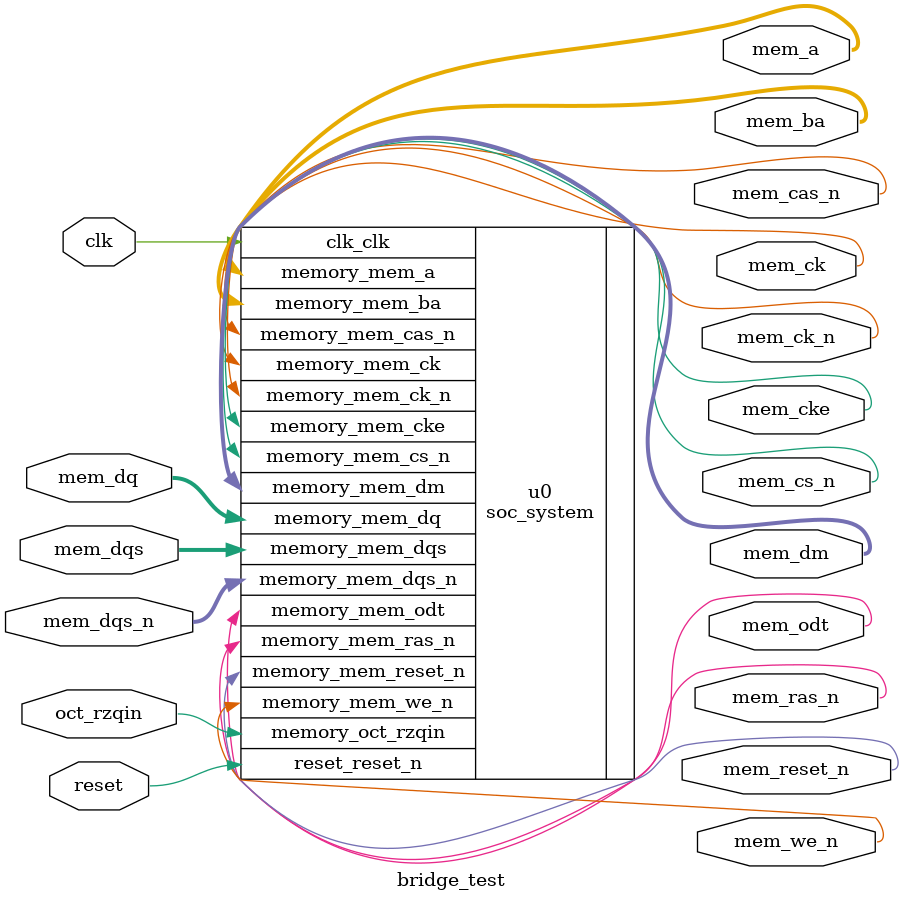
<source format=v>
module bridge_test(
	 input clk,
    input reset,
	 output [14:0] mem_a,
    output [2:0]  mem_ba,
    output        mem_ck,
    output        mem_ck_n,
    output        mem_cke,
    output        mem_cs_n,
    output        mem_ras_n,
    output        mem_cas_n,
    output        mem_we_n,
    output        mem_reset_n,
    inout  [39:0] mem_dq,
    inout  [4:0]  mem_dqs,
    inout  [4:0]  mem_dqs_n,
    output        mem_odt,
    output [4:0]  mem_dm,
    input         oct_rzqin
);


soc_system u0 (
        .clk_clk            (clk),            //    clk.clk
        .reset_reset_n      (reset),      //  reset.reset_n
        .memory_mem_a       (mem_a),       // memory.mem_a
        .memory_mem_ba      (mem_ba),      //       .mem_ba
        .memory_mem_ck      (mem_ck),      //       .mem_ck
        .memory_mem_ck_n    (mem_ck_n),    //       .mem_ck_n
        .memory_mem_cke     (mem_cke),     //       .mem_cke
        .memory_mem_cs_n    (mem_cs_n),    //       .mem_cs_n
        .memory_mem_ras_n   (mem_ras_n),   //       .mem_ras_n
        .memory_mem_cas_n   (mem_cas_n),   //       .mem_cas_n
        .memory_mem_we_n    (mem_we_n),    //       .mem_we_n
        .memory_mem_reset_n (mem_reset_n), //       .mem_reset_n
        .memory_mem_dq      (mem_dq),      //       .mem_dq
        .memory_mem_dqs     (mem_dqs),     //       .mem_dqs
        .memory_mem_dqs_n   (mem_dqs_n),   //       .mem_dqs_n
        .memory_mem_odt     (mem_odt),     //       .mem_odt
        .memory_mem_dm      (mem_dm),      //       .mem_dm
        .memory_oct_rzqin   (oct_rzqin)    //       .oct_rzqin
    );


endmodule
</source>
